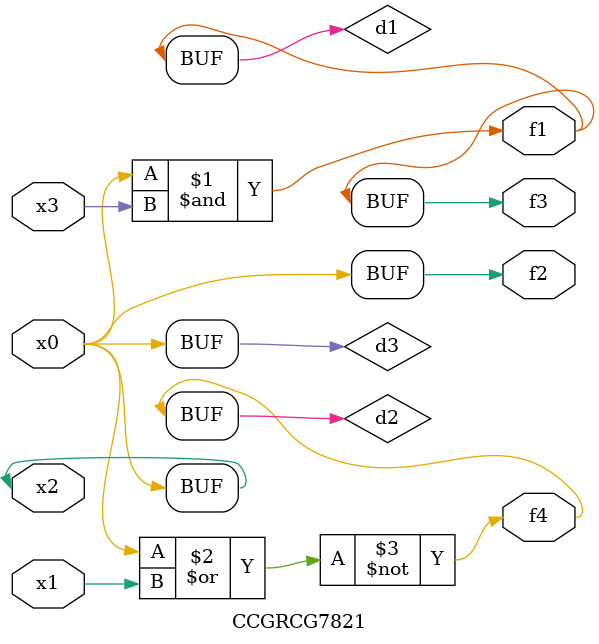
<source format=v>
module CCGRCG7821(
	input x0, x1, x2, x3,
	output f1, f2, f3, f4
);

	wire d1, d2, d3;

	and (d1, x2, x3);
	nor (d2, x0, x1);
	buf (d3, x0, x2);
	assign f1 = d1;
	assign f2 = d3;
	assign f3 = d1;
	assign f4 = d2;
endmodule

</source>
